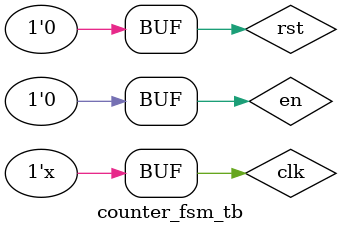
<source format=v>
`timescale 1ns / 1ps


module counter_fsm_tb;

    // Inputs
    reg clk;
    reg rst;
    reg en;

    // Outputs
    wire [3:0] Count;

    // Instantiate the Unit Under Test (UUT)
    counter_fsm uut (
        .rst(rst),
        .clk(clk),     
        .en(en), 
        .count(count)
    );

//Generate clock with 10 ns clk period.
    initial clk = 0;
    always #5 clk = ~clk;
    
    initial begin
        // Apply Inputs
        rst = 1;
        #10;
        rst = 0;
        #300;
        en = 1;
       #300;
        en = 0;
        
    end
      
endmodule


</source>
